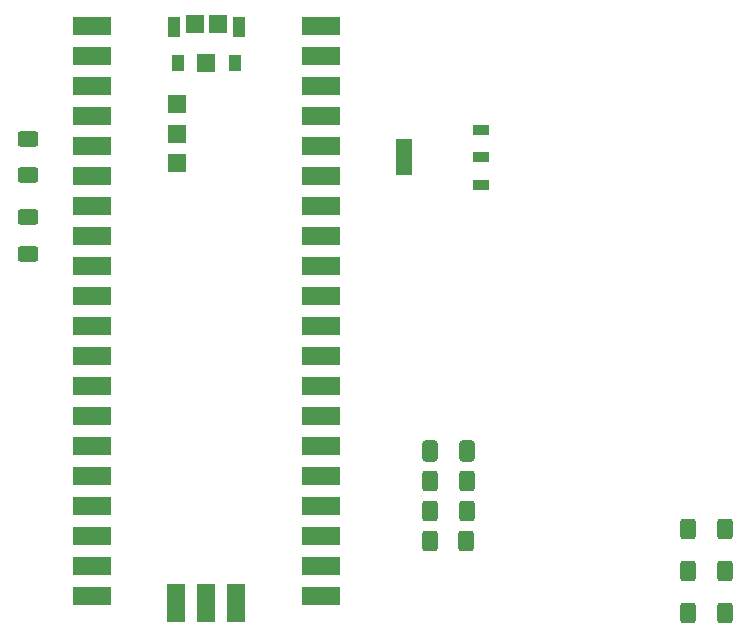
<source format=gbr>
%TF.GenerationSoftware,KiCad,Pcbnew,(6.0.5)*%
%TF.CreationDate,2023-02-27T08:13:59-05:00*%
%TF.ProjectId,UGV_Board,5547565f-426f-4617-9264-2e6b69636164,rev?*%
%TF.SameCoordinates,Original*%
%TF.FileFunction,Paste,Top*%
%TF.FilePolarity,Positive*%
%FSLAX46Y46*%
G04 Gerber Fmt 4.6, Leading zero omitted, Abs format (unit mm)*
G04 Created by KiCad (PCBNEW (6.0.5)) date 2023-02-27 08:13:59*
%MOMM*%
%LPD*%
G01*
G04 APERTURE LIST*
G04 Aperture macros list*
%AMRoundRect*
0 Rectangle with rounded corners*
0 $1 Rounding radius*
0 $2 $3 $4 $5 $6 $7 $8 $9 X,Y pos of 4 corners*
0 Add a 4 corners polygon primitive as box body*
4,1,4,$2,$3,$4,$5,$6,$7,$8,$9,$2,$3,0*
0 Add four circle primitives for the rounded corners*
1,1,$1+$1,$2,$3*
1,1,$1+$1,$4,$5*
1,1,$1+$1,$6,$7*
1,1,$1+$1,$8,$9*
0 Add four rect primitives between the rounded corners*
20,1,$1+$1,$2,$3,$4,$5,0*
20,1,$1+$1,$4,$5,$6,$7,0*
20,1,$1+$1,$6,$7,$8,$9,0*
20,1,$1+$1,$8,$9,$2,$3,0*%
G04 Aperture macros list end*
%ADD10RoundRect,0.250000X0.625000X-0.400000X0.625000X0.400000X-0.625000X0.400000X-0.625000X-0.400000X0*%
%ADD11R,1.473200X0.889000*%
%ADD12R,1.473200X3.149600*%
%ADD13RoundRect,0.250000X0.400000X0.625000X-0.400000X0.625000X-0.400000X-0.625000X0.400000X-0.625000X0*%
%ADD14R,3.200400X1.600200*%
%ADD15R,1.092200X1.803400*%
%ADD16R,1.041400X1.447800*%
%ADD17R,1.600200X3.200400*%
%ADD18R,1.498600X1.498600*%
%ADD19RoundRect,0.250000X-0.412500X-0.650000X0.412500X-0.650000X0.412500X0.650000X-0.412500X0.650000X0*%
G04 APERTURE END LIST*
D10*
%TO.C,R11*%
X137160000Y-81840000D03*
X137160000Y-78740000D03*
%TD*%
D11*
%TO.C,U2*%
X175475900Y-75971400D03*
X175475900Y-73660000D03*
X175475900Y-71348600D03*
D12*
X168948100Y-73660000D03*
%TD*%
D13*
%TO.C,R5*%
X196114000Y-108712000D03*
X193014000Y-108712000D03*
%TD*%
%TO.C,R3*%
X174270000Y-101092000D03*
X171170000Y-101092000D03*
%TD*%
%TO.C,R2*%
X174244000Y-106172000D03*
X171144000Y-106172000D03*
%TD*%
%TO.C,R1*%
X174270000Y-103632000D03*
X171170000Y-103632000D03*
%TD*%
D14*
%TO.C,U1*%
X142562520Y-62528430D03*
X142562520Y-65068430D03*
X142562520Y-67608430D03*
X142562520Y-70148430D03*
X142562520Y-72688430D03*
X142562520Y-75228430D03*
X142562520Y-77768430D03*
X142562520Y-80308430D03*
X142562520Y-82848430D03*
X142562520Y-85388430D03*
X142562520Y-87928430D03*
X142562520Y-90468430D03*
X142562520Y-93008430D03*
X142562520Y-95548430D03*
X142562520Y-98088430D03*
X142562520Y-100628430D03*
X142562520Y-103168430D03*
X142562520Y-105708430D03*
X142562520Y-108248430D03*
X142562520Y-110788430D03*
X161942720Y-110788430D03*
X161942720Y-108248430D03*
X161942720Y-105708430D03*
X161942720Y-103168430D03*
X161942720Y-100628430D03*
X161942720Y-98088430D03*
X161942720Y-95548430D03*
X161942720Y-93008430D03*
X161942720Y-90468430D03*
X161942720Y-87928430D03*
X161942720Y-85388430D03*
X161942720Y-82848430D03*
X161942720Y-80308430D03*
X161942720Y-77768430D03*
X161942720Y-75228430D03*
X161942720Y-72688430D03*
X161942720Y-70148430D03*
X161942720Y-67608430D03*
X161942720Y-65068430D03*
X161942720Y-62528430D03*
D15*
X149527200Y-62657970D03*
X154978040Y-62657970D03*
D16*
X149826920Y-65688190D03*
X154678320Y-65688190D03*
D17*
X149712620Y-111357390D03*
X152252620Y-111357390D03*
X154792620Y-111357390D03*
D18*
X152252620Y-65657710D03*
X153253380Y-62358250D03*
X151251860Y-62358250D03*
X149753260Y-69157830D03*
X149753260Y-71657190D03*
X149753260Y-74156550D03*
%TD*%
D13*
%TO.C,R6*%
X196114000Y-112268000D03*
X193014000Y-112268000D03*
%TD*%
%TO.C,R4*%
X196114000Y-105156000D03*
X193014000Y-105156000D03*
%TD*%
D10*
%TO.C,R12*%
X137160000Y-75184000D03*
X137160000Y-72084000D03*
%TD*%
D19*
%TO.C,C4*%
X171157500Y-98552000D03*
X174282500Y-98552000D03*
%TD*%
M02*

</source>
